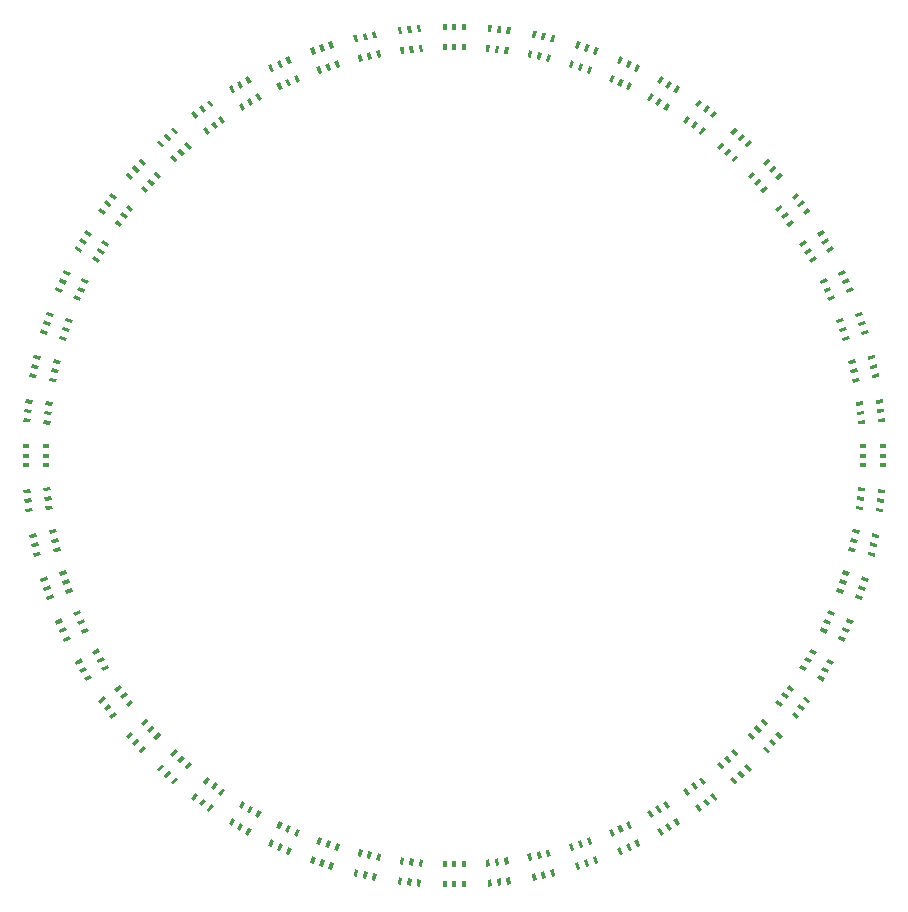
<source format=gtp>
G75*
%MOIN*%
%OFA0B0*%
%FSLAX25Y25*%
%IPPOS*%
%LPD*%
%AMOC8*
5,1,8,0,0,1.08239X$1,22.5*
%
%ADD10R,0.02362X0.01181*%
%ADD11R,0.01181X0.02362*%
D10*
X0032977Y0388250D03*
X0032977Y0391400D03*
X0032977Y0394550D03*
X0039670Y0394550D03*
X0039670Y0391400D03*
X0039670Y0388250D03*
X0311987Y0388250D03*
X0311987Y0391400D03*
X0311987Y0394550D03*
X0318680Y0394550D03*
X0318680Y0391400D03*
X0318680Y0388250D03*
D11*
G36*
X0149549Y0249755D02*
X0148396Y0250000D01*
X0148887Y0252309D01*
X0150040Y0252064D01*
X0149549Y0249755D01*
G37*
G36*
X0146469Y0250410D02*
X0145316Y0250655D01*
X0145807Y0252964D01*
X0146960Y0252719D01*
X0146469Y0250410D01*
G37*
G36*
X0143388Y0251065D02*
X0142235Y0251310D01*
X0142726Y0253619D01*
X0143879Y0253374D01*
X0143388Y0251065D01*
G37*
G36*
X0147860Y0256956D02*
X0146707Y0257201D01*
X0147198Y0259510D01*
X0148351Y0259265D01*
X0147860Y0256956D01*
G37*
G36*
X0150941Y0256301D02*
X0149788Y0256546D01*
X0150279Y0258855D01*
X0151432Y0258610D01*
X0150941Y0256301D01*
G37*
G36*
X0158894Y0255051D02*
X0157721Y0255175D01*
X0157968Y0257523D01*
X0159141Y0257399D01*
X0158894Y0255051D01*
G37*
G36*
X0162026Y0254722D02*
X0160853Y0254846D01*
X0161100Y0257194D01*
X0162273Y0257070D01*
X0162026Y0254722D01*
G37*
G36*
X0165158Y0254393D02*
X0163985Y0254517D01*
X0164232Y0256865D01*
X0165405Y0256741D01*
X0165158Y0254393D01*
G37*
G36*
X0164459Y0247737D02*
X0163286Y0247861D01*
X0163533Y0250209D01*
X0164706Y0250085D01*
X0164459Y0247737D01*
G37*
G36*
X0161327Y0248066D02*
X0160154Y0248190D01*
X0160401Y0250538D01*
X0161574Y0250414D01*
X0161327Y0248066D01*
G37*
G36*
X0158194Y0248395D02*
X0157021Y0248519D01*
X0157268Y0250867D01*
X0158441Y0250743D01*
X0158194Y0248395D01*
G37*
X0172684Y0248564D03*
X0175833Y0248564D03*
X0178983Y0248564D03*
X0178983Y0255256D03*
X0175833Y0255256D03*
X0172684Y0255256D03*
G36*
X0187671Y0254527D02*
X0186498Y0254403D01*
X0186251Y0256751D01*
X0187424Y0256875D01*
X0187671Y0254527D01*
G37*
G36*
X0190804Y0254856D02*
X0189631Y0254732D01*
X0189384Y0257080D01*
X0190557Y0257204D01*
X0190804Y0254856D01*
G37*
G36*
X0193936Y0255185D02*
X0192763Y0255061D01*
X0192516Y0257409D01*
X0193689Y0257533D01*
X0193936Y0255185D01*
G37*
G36*
X0194635Y0248529D02*
X0193462Y0248405D01*
X0193215Y0250753D01*
X0194388Y0250877D01*
X0194635Y0248529D01*
G37*
G36*
X0191503Y0248200D02*
X0190330Y0248076D01*
X0190083Y0250424D01*
X0191256Y0250548D01*
X0191503Y0248200D01*
G37*
G36*
X0188371Y0247871D02*
X0187198Y0247747D01*
X0186951Y0250095D01*
X0188124Y0250219D01*
X0188371Y0247871D01*
G37*
G36*
X0203250Y0249970D02*
X0202097Y0249725D01*
X0201606Y0252034D01*
X0202759Y0252279D01*
X0203250Y0249970D01*
G37*
G36*
X0206331Y0250625D02*
X0205178Y0250380D01*
X0204687Y0252689D01*
X0205840Y0252934D01*
X0206331Y0250625D01*
G37*
G36*
X0209412Y0251280D02*
X0208259Y0251035D01*
X0207768Y0253344D01*
X0208921Y0253589D01*
X0209412Y0251280D01*
G37*
G36*
X0217878Y0253654D02*
X0216756Y0253289D01*
X0216026Y0255534D01*
X0217148Y0255899D01*
X0217878Y0253654D01*
G37*
G36*
X0220873Y0254627D02*
X0219751Y0254262D01*
X0219021Y0256507D01*
X0220143Y0256872D01*
X0220873Y0254627D01*
G37*
G36*
X0223869Y0255601D02*
X0222747Y0255236D01*
X0222017Y0257481D01*
X0223139Y0257846D01*
X0223869Y0255601D01*
G37*
G36*
X0221801Y0261966D02*
X0220679Y0261601D01*
X0219949Y0263846D01*
X0221071Y0264211D01*
X0221801Y0261966D01*
G37*
G36*
X0218805Y0260993D02*
X0217683Y0260628D01*
X0216953Y0262873D01*
X0218075Y0263238D01*
X0218805Y0260993D01*
G37*
G36*
X0215810Y0260019D02*
X0214688Y0259654D01*
X0213958Y0261899D01*
X0215080Y0262264D01*
X0215810Y0260019D01*
G37*
G36*
X0208020Y0257826D02*
X0206867Y0257581D01*
X0206376Y0259890D01*
X0207529Y0260135D01*
X0208020Y0257826D01*
G37*
G36*
X0204940Y0257171D02*
X0203787Y0256926D01*
X0203296Y0259235D01*
X0204449Y0259480D01*
X0204940Y0257171D01*
G37*
G36*
X0201859Y0256516D02*
X0200706Y0256271D01*
X0200215Y0258580D01*
X0201368Y0258825D01*
X0201859Y0256516D01*
G37*
G36*
X0229384Y0264898D02*
X0228307Y0264418D01*
X0227346Y0266574D01*
X0228423Y0267054D01*
X0229384Y0264898D01*
G37*
G36*
X0232261Y0266179D02*
X0231184Y0265699D01*
X0230223Y0267855D01*
X0231300Y0268335D01*
X0232261Y0266179D01*
G37*
G36*
X0235139Y0267460D02*
X0234062Y0266980D01*
X0233101Y0269136D01*
X0234178Y0269616D01*
X0235139Y0267460D01*
G37*
G36*
X0237861Y0261346D02*
X0236784Y0260866D01*
X0235823Y0263022D01*
X0236900Y0263502D01*
X0237861Y0261346D01*
G37*
G36*
X0234983Y0260065D02*
X0233906Y0259585D01*
X0232945Y0261741D01*
X0234022Y0262221D01*
X0234983Y0260065D01*
G37*
G36*
X0232106Y0258784D02*
X0231029Y0258304D01*
X0230068Y0260460D01*
X0231145Y0260940D01*
X0232106Y0258784D01*
G37*
G36*
X0242283Y0271196D02*
X0241261Y0270606D01*
X0240081Y0272650D01*
X0241103Y0273240D01*
X0242283Y0271196D01*
G37*
G36*
X0245011Y0272771D02*
X0243989Y0272181D01*
X0242809Y0274225D01*
X0243831Y0274815D01*
X0245011Y0272771D01*
G37*
G36*
X0247739Y0274346D02*
X0246717Y0273756D01*
X0245537Y0275800D01*
X0246559Y0276390D01*
X0247739Y0274346D01*
G37*
G36*
X0251085Y0268550D02*
X0250063Y0267960D01*
X0248883Y0270004D01*
X0249905Y0270594D01*
X0251085Y0268550D01*
G37*
G36*
X0248358Y0266975D02*
X0247336Y0266385D01*
X0246156Y0268429D01*
X0247178Y0269019D01*
X0248358Y0266975D01*
G37*
G36*
X0245630Y0265400D02*
X0244608Y0264810D01*
X0243428Y0266854D01*
X0244450Y0267444D01*
X0245630Y0265400D01*
G37*
G36*
X0254509Y0278788D02*
X0253554Y0278094D01*
X0252167Y0280004D01*
X0253122Y0280698D01*
X0254509Y0278788D01*
G37*
G36*
X0257057Y0280639D02*
X0256102Y0279945D01*
X0254715Y0281855D01*
X0255670Y0282549D01*
X0257057Y0280639D01*
G37*
G36*
X0259605Y0282491D02*
X0258650Y0281797D01*
X0257263Y0283707D01*
X0258218Y0284401D01*
X0259605Y0282491D01*
G37*
G36*
X0263539Y0277076D02*
X0262584Y0276382D01*
X0261197Y0278292D01*
X0262152Y0278986D01*
X0263539Y0277076D01*
G37*
G36*
X0260991Y0275225D02*
X0260036Y0274531D01*
X0258649Y0276441D01*
X0259604Y0277135D01*
X0260991Y0275225D01*
G37*
G36*
X0258443Y0273373D02*
X0257488Y0272679D01*
X0256101Y0274589D01*
X0257056Y0275283D01*
X0258443Y0273373D01*
G37*
G36*
X0270290Y0282674D02*
X0269413Y0281884D01*
X0267834Y0283638D01*
X0268711Y0284428D01*
X0270290Y0282674D01*
G37*
G36*
X0272631Y0284781D02*
X0271754Y0283991D01*
X0270175Y0285745D01*
X0271052Y0286535D01*
X0272631Y0284781D01*
G37*
G36*
X0274971Y0286889D02*
X0274094Y0286099D01*
X0272515Y0287853D01*
X0273392Y0288643D01*
X0274971Y0286889D01*
G37*
G36*
X0270493Y0291862D02*
X0269616Y0291072D01*
X0268037Y0292826D01*
X0268914Y0293616D01*
X0270493Y0291862D01*
G37*
G36*
X0268152Y0289755D02*
X0267275Y0288965D01*
X0265696Y0290719D01*
X0266573Y0291509D01*
X0268152Y0289755D01*
G37*
G36*
X0265811Y0287647D02*
X0264934Y0286857D01*
X0263355Y0288611D01*
X0264232Y0289401D01*
X0265811Y0287647D01*
G37*
G36*
X0276141Y0297618D02*
X0275351Y0296741D01*
X0273597Y0298320D01*
X0274387Y0299197D01*
X0276141Y0297618D01*
G37*
G36*
X0278248Y0299958D02*
X0277458Y0299081D01*
X0275704Y0300660D01*
X0276494Y0301537D01*
X0278248Y0299958D01*
G37*
G36*
X0280356Y0302299D02*
X0279566Y0301422D01*
X0277812Y0303001D01*
X0278602Y0303878D01*
X0280356Y0302299D01*
G37*
G36*
X0285330Y0297820D02*
X0284540Y0296943D01*
X0282786Y0298522D01*
X0283576Y0299399D01*
X0285330Y0297820D01*
G37*
G36*
X0283222Y0295480D02*
X0282432Y0294603D01*
X0280678Y0296182D01*
X0281468Y0297059D01*
X0283222Y0295480D01*
G37*
G36*
X0281115Y0293139D02*
X0280325Y0292262D01*
X0278571Y0293841D01*
X0279361Y0294718D01*
X0281115Y0293139D01*
G37*
G36*
X0290851Y0304679D02*
X0290157Y0303724D01*
X0288247Y0305111D01*
X0288941Y0306066D01*
X0290851Y0304679D01*
G37*
G36*
X0292703Y0307227D02*
X0292009Y0306272D01*
X0290099Y0307659D01*
X0290793Y0308614D01*
X0292703Y0307227D01*
G37*
G36*
X0294554Y0309775D02*
X0293860Y0308820D01*
X0291950Y0310207D01*
X0292644Y0311162D01*
X0294554Y0309775D01*
G37*
G36*
X0299274Y0317160D02*
X0298684Y0316138D01*
X0296640Y0317318D01*
X0297230Y0318340D01*
X0299274Y0317160D01*
G37*
G36*
X0300848Y0319888D02*
X0300258Y0318866D01*
X0298214Y0320046D01*
X0298804Y0321068D01*
X0300848Y0319888D01*
G37*
G36*
X0302423Y0322615D02*
X0301833Y0321593D01*
X0299789Y0322773D01*
X0300379Y0323795D01*
X0302423Y0322615D01*
G37*
G36*
X0296627Y0325962D02*
X0296037Y0324940D01*
X0293993Y0326120D01*
X0294583Y0327142D01*
X0296627Y0325962D01*
G37*
G36*
X0295052Y0323234D02*
X0294462Y0322212D01*
X0292418Y0323392D01*
X0293008Y0324414D01*
X0295052Y0323234D01*
G37*
G36*
X0293477Y0320507D02*
X0292887Y0319485D01*
X0290843Y0320665D01*
X0291433Y0321687D01*
X0293477Y0320507D01*
G37*
G36*
X0289139Y0313709D02*
X0288445Y0312754D01*
X0286535Y0314141D01*
X0287229Y0315096D01*
X0289139Y0313709D01*
G37*
G36*
X0287288Y0311161D02*
X0286594Y0310206D01*
X0284684Y0311593D01*
X0285378Y0312548D01*
X0287288Y0311161D01*
G37*
G36*
X0285437Y0308613D02*
X0284743Y0307658D01*
X0282833Y0309045D01*
X0283527Y0310000D01*
X0285437Y0308613D01*
G37*
G36*
X0300243Y0333212D02*
X0299763Y0332135D01*
X0297607Y0333096D01*
X0298087Y0334173D01*
X0300243Y0333212D01*
G37*
G36*
X0301524Y0336089D02*
X0301044Y0335012D01*
X0298888Y0335973D01*
X0299368Y0337050D01*
X0301524Y0336089D01*
G37*
G36*
X0302805Y0338966D02*
X0302325Y0337889D01*
X0300169Y0338850D01*
X0300649Y0339927D01*
X0302805Y0338966D01*
G37*
G36*
X0308920Y0336244D02*
X0308440Y0335167D01*
X0306284Y0336128D01*
X0306764Y0337205D01*
X0308920Y0336244D01*
G37*
G36*
X0307638Y0333367D02*
X0307158Y0332290D01*
X0305002Y0333251D01*
X0305482Y0334328D01*
X0307638Y0333367D01*
G37*
G36*
X0306357Y0330490D02*
X0305877Y0329413D01*
X0303721Y0330374D01*
X0304201Y0331451D01*
X0306357Y0330490D01*
G37*
G36*
X0311998Y0344456D02*
X0311633Y0343334D01*
X0309388Y0344064D01*
X0309753Y0345186D01*
X0311998Y0344456D01*
G37*
G36*
X0312971Y0347452D02*
X0312606Y0346330D01*
X0310361Y0347060D01*
X0310726Y0348182D01*
X0312971Y0347452D01*
G37*
G36*
X0313944Y0350447D02*
X0313579Y0349325D01*
X0311334Y0350055D01*
X0311699Y0351177D01*
X0313944Y0350447D01*
G37*
G36*
X0316189Y0358964D02*
X0315944Y0357811D01*
X0313635Y0358302D01*
X0313880Y0359455D01*
X0316189Y0358964D01*
G37*
G36*
X0316844Y0362045D02*
X0316599Y0360892D01*
X0314290Y0361383D01*
X0314535Y0362536D01*
X0316844Y0362045D01*
G37*
G36*
X0317498Y0365126D02*
X0317253Y0363973D01*
X0314944Y0364464D01*
X0315189Y0365617D01*
X0317498Y0365126D01*
G37*
G36*
X0310952Y0366518D02*
X0310707Y0365365D01*
X0308398Y0365856D01*
X0308643Y0367009D01*
X0310952Y0366518D01*
G37*
G36*
X0310297Y0363437D02*
X0310052Y0362284D01*
X0307743Y0362775D01*
X0307988Y0363928D01*
X0310297Y0363437D01*
G37*
G36*
X0309642Y0360356D02*
X0309397Y0359203D01*
X0307088Y0359694D01*
X0307333Y0360847D01*
X0309642Y0360356D01*
G37*
G36*
X0307579Y0352516D02*
X0307214Y0351394D01*
X0304969Y0352124D01*
X0305334Y0353246D01*
X0307579Y0352516D01*
G37*
G36*
X0306606Y0349520D02*
X0306241Y0348398D01*
X0303996Y0349128D01*
X0304361Y0350250D01*
X0306606Y0349520D01*
G37*
G36*
X0305632Y0346525D02*
X0305267Y0345403D01*
X0303022Y0346133D01*
X0303387Y0347255D01*
X0305632Y0346525D01*
G37*
G36*
X0312172Y0374470D02*
X0312048Y0373297D01*
X0309700Y0373544D01*
X0309824Y0374717D01*
X0312172Y0374470D01*
G37*
G36*
X0312501Y0377603D02*
X0312377Y0376430D01*
X0310029Y0376677D01*
X0310153Y0377850D01*
X0312501Y0377603D01*
G37*
G36*
X0312830Y0380735D02*
X0312706Y0379562D01*
X0310358Y0379809D01*
X0310482Y0380982D01*
X0312830Y0380735D01*
G37*
G36*
X0319487Y0380036D02*
X0319363Y0378863D01*
X0317015Y0379110D01*
X0317139Y0380283D01*
X0319487Y0380036D01*
G37*
G36*
X0319157Y0376903D02*
X0319033Y0375730D01*
X0316685Y0375977D01*
X0316809Y0377150D01*
X0319157Y0376903D01*
G37*
G36*
X0318828Y0373771D02*
X0318704Y0372598D01*
X0316356Y0372845D01*
X0316480Y0374018D01*
X0318828Y0373771D01*
G37*
G36*
X0319333Y0403937D02*
X0319457Y0402764D01*
X0317109Y0402517D01*
X0316985Y0403690D01*
X0319333Y0403937D01*
G37*
G36*
X0319003Y0407070D02*
X0319127Y0405897D01*
X0316779Y0405650D01*
X0316655Y0406823D01*
X0319003Y0407070D01*
G37*
G36*
X0318674Y0410202D02*
X0318798Y0409029D01*
X0316450Y0408782D01*
X0316326Y0409955D01*
X0318674Y0410202D01*
G37*
G36*
X0317263Y0418837D02*
X0317508Y0417684D01*
X0315199Y0417193D01*
X0314954Y0418346D01*
X0317263Y0418837D01*
G37*
G36*
X0316609Y0421918D02*
X0316854Y0420765D01*
X0314545Y0420274D01*
X0314300Y0421427D01*
X0316609Y0421918D01*
G37*
G36*
X0315954Y0424999D02*
X0316199Y0423846D01*
X0313890Y0423355D01*
X0313645Y0424508D01*
X0315954Y0424999D01*
G37*
G36*
X0313599Y0433445D02*
X0313964Y0432323D01*
X0311719Y0431593D01*
X0311354Y0432715D01*
X0313599Y0433445D01*
G37*
G36*
X0312626Y0436440D02*
X0312991Y0435318D01*
X0310746Y0434588D01*
X0310381Y0435710D01*
X0312626Y0436440D01*
G37*
G36*
X0311653Y0439436D02*
X0312018Y0438314D01*
X0309773Y0437584D01*
X0309408Y0438706D01*
X0311653Y0439436D01*
G37*
G36*
X0305287Y0437367D02*
X0305652Y0436245D01*
X0303407Y0435515D01*
X0303042Y0436637D01*
X0305287Y0437367D01*
G37*
G36*
X0306261Y0434372D02*
X0306626Y0433250D01*
X0304381Y0432520D01*
X0304016Y0433642D01*
X0306261Y0434372D01*
G37*
G36*
X0307234Y0431376D02*
X0307599Y0430254D01*
X0305354Y0429524D01*
X0304989Y0430646D01*
X0307234Y0431376D01*
G37*
G36*
X0309407Y0423607D02*
X0309652Y0422454D01*
X0307343Y0421963D01*
X0307098Y0423116D01*
X0309407Y0423607D01*
G37*
G36*
X0310062Y0420526D02*
X0310307Y0419373D01*
X0307998Y0418882D01*
X0307753Y0420035D01*
X0310062Y0420526D01*
G37*
G36*
X0310717Y0417445D02*
X0310962Y0416292D01*
X0308653Y0415801D01*
X0308408Y0416954D01*
X0310717Y0417445D01*
G37*
G36*
X0312018Y0409503D02*
X0312142Y0408330D01*
X0309794Y0408083D01*
X0309670Y0409256D01*
X0312018Y0409503D01*
G37*
G36*
X0312347Y0406370D02*
X0312471Y0405197D01*
X0310123Y0404950D01*
X0309999Y0406123D01*
X0312347Y0406370D01*
G37*
G36*
X0312676Y0403238D02*
X0312800Y0402065D01*
X0310452Y0401818D01*
X0310328Y0402991D01*
X0312676Y0403238D01*
G37*
G36*
X0302335Y0444921D02*
X0302815Y0443844D01*
X0300659Y0442883D01*
X0300179Y0443960D01*
X0302335Y0444921D01*
G37*
G36*
X0301054Y0447798D02*
X0301534Y0446721D01*
X0299378Y0445760D01*
X0298898Y0446837D01*
X0301054Y0447798D01*
G37*
G36*
X0299773Y0450675D02*
X0300253Y0449598D01*
X0298097Y0448637D01*
X0297617Y0449714D01*
X0299773Y0450675D01*
G37*
G36*
X0305887Y0453397D02*
X0306367Y0452320D01*
X0304211Y0451359D01*
X0303731Y0452436D01*
X0305887Y0453397D01*
G37*
G36*
X0307168Y0450520D02*
X0307648Y0449443D01*
X0305492Y0448482D01*
X0305012Y0449559D01*
X0307168Y0450520D01*
G37*
G36*
X0308450Y0447643D02*
X0308930Y0446566D01*
X0306774Y0445605D01*
X0306294Y0446682D01*
X0308450Y0447643D01*
G37*
G36*
X0301833Y0461207D02*
X0302423Y0460185D01*
X0300379Y0459005D01*
X0299789Y0460027D01*
X0301833Y0461207D01*
G37*
G36*
X0300258Y0463934D02*
X0300848Y0462912D01*
X0298804Y0461732D01*
X0298214Y0462754D01*
X0300258Y0463934D01*
G37*
G36*
X0298684Y0466662D02*
X0299274Y0465640D01*
X0297230Y0464460D01*
X0296640Y0465482D01*
X0298684Y0466662D01*
G37*
G36*
X0292887Y0463315D02*
X0293477Y0462293D01*
X0291433Y0461113D01*
X0290843Y0462135D01*
X0292887Y0463315D01*
G37*
G36*
X0294462Y0460588D02*
X0295052Y0459566D01*
X0293008Y0458386D01*
X0292418Y0459408D01*
X0294462Y0460588D01*
G37*
G36*
X0296037Y0457860D02*
X0296627Y0456838D01*
X0294583Y0455658D01*
X0293993Y0456680D01*
X0296037Y0457860D01*
G37*
G36*
X0288455Y0470036D02*
X0289149Y0469081D01*
X0287239Y0467694D01*
X0286545Y0468649D01*
X0288455Y0470036D01*
G37*
G36*
X0286604Y0472584D02*
X0287298Y0471629D01*
X0285388Y0470242D01*
X0284694Y0471197D01*
X0286604Y0472584D01*
G37*
G36*
X0284753Y0475132D02*
X0285447Y0474177D01*
X0283537Y0472790D01*
X0282843Y0473745D01*
X0284753Y0475132D01*
G37*
G36*
X0290167Y0479066D02*
X0290861Y0478111D01*
X0288951Y0476724D01*
X0288257Y0477679D01*
X0290167Y0479066D01*
G37*
G36*
X0292019Y0476518D02*
X0292713Y0475563D01*
X0290803Y0474176D01*
X0290109Y0475131D01*
X0292019Y0476518D01*
G37*
G36*
X0293870Y0473970D02*
X0294564Y0473015D01*
X0292654Y0471628D01*
X0291960Y0472583D01*
X0293870Y0473970D01*
G37*
G36*
X0284560Y0485887D02*
X0285350Y0485010D01*
X0283596Y0483431D01*
X0282806Y0484308D01*
X0284560Y0485887D01*
G37*
G36*
X0282452Y0488227D02*
X0283242Y0487350D01*
X0281488Y0485771D01*
X0280698Y0486648D01*
X0282452Y0488227D01*
G37*
G36*
X0280345Y0490568D02*
X0281135Y0489691D01*
X0279381Y0488112D01*
X0278591Y0488989D01*
X0280345Y0490568D01*
G37*
G36*
X0277478Y0483749D02*
X0278268Y0482872D01*
X0276514Y0481293D01*
X0275724Y0482170D01*
X0277478Y0483749D01*
G37*
G36*
X0275371Y0486089D02*
X0276161Y0485212D01*
X0274407Y0483633D01*
X0273617Y0484510D01*
X0275371Y0486089D01*
G37*
G36*
X0279586Y0481408D02*
X0280376Y0480531D01*
X0278622Y0478952D01*
X0277832Y0479829D01*
X0279586Y0481408D01*
G37*
G36*
X0269626Y0491718D02*
X0270503Y0490928D01*
X0268924Y0489174D01*
X0268047Y0489964D01*
X0269626Y0491718D01*
G37*
G36*
X0267285Y0493825D02*
X0268162Y0493035D01*
X0266583Y0491281D01*
X0265706Y0492071D01*
X0267285Y0493825D01*
G37*
G36*
X0264944Y0495933D02*
X0265821Y0495143D01*
X0264242Y0493389D01*
X0263365Y0494179D01*
X0264944Y0495933D01*
G37*
G36*
X0269423Y0500906D02*
X0270300Y0500116D01*
X0268721Y0498362D01*
X0267844Y0499152D01*
X0269423Y0500906D01*
G37*
G36*
X0271764Y0498799D02*
X0272641Y0498009D01*
X0271062Y0496255D01*
X0270185Y0497045D01*
X0271764Y0498799D01*
G37*
G36*
X0274104Y0496691D02*
X0274981Y0495901D01*
X0273402Y0494147D01*
X0272525Y0494937D01*
X0274104Y0496691D01*
G37*
G36*
X0262554Y0506418D02*
X0263509Y0505724D01*
X0262122Y0503814D01*
X0261167Y0504508D01*
X0262554Y0506418D01*
G37*
G36*
X0260006Y0508269D02*
X0260961Y0507575D01*
X0259574Y0505665D01*
X0258619Y0506359D01*
X0260006Y0508269D01*
G37*
G36*
X0257458Y0510121D02*
X0258413Y0509427D01*
X0257026Y0507517D01*
X0256071Y0508211D01*
X0257458Y0510121D01*
G37*
G36*
X0253524Y0504706D02*
X0254479Y0504012D01*
X0253092Y0502102D01*
X0252137Y0502796D01*
X0253524Y0504706D01*
G37*
G36*
X0256072Y0502855D02*
X0257027Y0502161D01*
X0255640Y0500251D01*
X0254685Y0500945D01*
X0256072Y0502855D01*
G37*
G36*
X0258620Y0501003D02*
X0259575Y0500309D01*
X0258188Y0498399D01*
X0257233Y0499093D01*
X0258620Y0501003D01*
G37*
G36*
X0246727Y0509024D02*
X0247749Y0508434D01*
X0246569Y0506390D01*
X0245547Y0506980D01*
X0246727Y0509024D01*
G37*
G36*
X0243999Y0510599D02*
X0245021Y0510009D01*
X0243841Y0507965D01*
X0242819Y0508555D01*
X0243999Y0510599D01*
G37*
G36*
X0241271Y0512174D02*
X0242293Y0511584D01*
X0241113Y0509540D01*
X0240091Y0510130D01*
X0241271Y0512174D01*
G37*
G36*
X0244618Y0517970D02*
X0245640Y0517380D01*
X0244460Y0515336D01*
X0243438Y0515926D01*
X0244618Y0517970D01*
G37*
G36*
X0247346Y0516395D02*
X0248368Y0515805D01*
X0247188Y0513761D01*
X0246166Y0514351D01*
X0247346Y0516395D01*
G37*
G36*
X0250073Y0514820D02*
X0251095Y0514230D01*
X0249915Y0512186D01*
X0248893Y0512776D01*
X0250073Y0514820D01*
G37*
G36*
X0236764Y0521934D02*
X0237841Y0521454D01*
X0236880Y0519298D01*
X0235803Y0519778D01*
X0236764Y0521934D01*
G37*
G36*
X0233886Y0523215D02*
X0234963Y0522735D01*
X0234002Y0520579D01*
X0232925Y0521059D01*
X0233886Y0523215D01*
G37*
G36*
X0231009Y0524496D02*
X0232086Y0524016D01*
X0231125Y0521860D01*
X0230048Y0522340D01*
X0231009Y0524496D01*
G37*
G36*
X0228287Y0518382D02*
X0229364Y0517902D01*
X0228403Y0515746D01*
X0227326Y0516226D01*
X0228287Y0518382D01*
G37*
G36*
X0231164Y0517101D02*
X0232241Y0516621D01*
X0231280Y0514465D01*
X0230203Y0514945D01*
X0231164Y0517101D01*
G37*
G36*
X0234042Y0515820D02*
X0235119Y0515340D01*
X0234158Y0513184D01*
X0233081Y0513664D01*
X0234042Y0515820D01*
G37*
G36*
X0222787Y0527574D02*
X0223909Y0527209D01*
X0223179Y0524964D01*
X0222057Y0525329D01*
X0222787Y0527574D01*
G37*
G36*
X0219791Y0528548D02*
X0220913Y0528183D01*
X0220183Y0525938D01*
X0219061Y0526303D01*
X0219791Y0528548D01*
G37*
G36*
X0216796Y0529521D02*
X0217918Y0529156D01*
X0217188Y0526911D01*
X0216066Y0527276D01*
X0216796Y0529521D01*
G37*
G36*
X0214728Y0523156D02*
X0215850Y0522791D01*
X0215120Y0520546D01*
X0213998Y0520911D01*
X0214728Y0523156D01*
G37*
G36*
X0217723Y0522182D02*
X0218845Y0521817D01*
X0218115Y0519572D01*
X0216993Y0519937D01*
X0217723Y0522182D01*
G37*
G36*
X0220719Y0521209D02*
X0221841Y0520844D01*
X0221111Y0518599D01*
X0219989Y0518964D01*
X0220719Y0521209D01*
G37*
G36*
X0208289Y0531765D02*
X0209442Y0531520D01*
X0208951Y0529211D01*
X0207798Y0529456D01*
X0208289Y0531765D01*
G37*
G36*
X0205208Y0532420D02*
X0206361Y0532175D01*
X0205870Y0529866D01*
X0204717Y0530111D01*
X0205208Y0532420D01*
G37*
G36*
X0202127Y0533075D02*
X0203280Y0532830D01*
X0202789Y0530521D01*
X0201636Y0530766D01*
X0202127Y0533075D01*
G37*
G36*
X0200736Y0526529D02*
X0201889Y0526284D01*
X0201398Y0523975D01*
X0200245Y0524220D01*
X0200736Y0526529D01*
G37*
G36*
X0203817Y0525874D02*
X0204970Y0525629D01*
X0204479Y0523320D01*
X0203326Y0523565D01*
X0203817Y0525874D01*
G37*
G36*
X0206897Y0525219D02*
X0208050Y0524974D01*
X0207559Y0522665D01*
X0206406Y0522910D01*
X0206897Y0525219D01*
G37*
G36*
X0192743Y0527729D02*
X0193916Y0527605D01*
X0193669Y0525257D01*
X0192496Y0525381D01*
X0192743Y0527729D01*
G37*
G36*
X0189611Y0528058D02*
X0190784Y0527934D01*
X0190537Y0525586D01*
X0189364Y0525710D01*
X0189611Y0528058D01*
G37*
G36*
X0186478Y0528387D02*
X0187651Y0528263D01*
X0187404Y0525915D01*
X0186231Y0526039D01*
X0186478Y0528387D01*
G37*
G36*
X0187178Y0535043D02*
X0188351Y0534919D01*
X0188104Y0532571D01*
X0186931Y0532695D01*
X0187178Y0535043D01*
G37*
G36*
X0190310Y0534714D02*
X0191483Y0534590D01*
X0191236Y0532242D01*
X0190063Y0532366D01*
X0190310Y0534714D01*
G37*
G36*
X0193442Y0534385D02*
X0194615Y0534261D01*
X0194368Y0531913D01*
X0193195Y0532037D01*
X0193442Y0534385D01*
G37*
X0178963Y0534256D03*
X0175813Y0534256D03*
X0172664Y0534256D03*
X0172664Y0527564D03*
X0175813Y0527564D03*
X0178963Y0527564D03*
G36*
X0164015Y0528253D02*
X0165188Y0528377D01*
X0165435Y0526029D01*
X0164262Y0525905D01*
X0164015Y0528253D01*
G37*
G36*
X0160883Y0527924D02*
X0162056Y0528048D01*
X0162303Y0525700D01*
X0161130Y0525576D01*
X0160883Y0527924D01*
G37*
G36*
X0157751Y0527595D02*
X0158924Y0527719D01*
X0159171Y0525371D01*
X0157998Y0525247D01*
X0157751Y0527595D01*
G37*
G36*
X0157051Y0534251D02*
X0158224Y0534375D01*
X0158471Y0532027D01*
X0157298Y0531903D01*
X0157051Y0534251D01*
G37*
G36*
X0160184Y0534580D02*
X0161357Y0534704D01*
X0161604Y0532356D01*
X0160431Y0532232D01*
X0160184Y0534580D01*
G37*
G36*
X0163316Y0534909D02*
X0164489Y0535033D01*
X0164736Y0532685D01*
X0163563Y0532561D01*
X0163316Y0534909D01*
G37*
G36*
X0149778Y0526254D02*
X0150931Y0526499D01*
X0151422Y0524190D01*
X0150269Y0523945D01*
X0149778Y0526254D01*
G37*
G36*
X0146697Y0525599D02*
X0147850Y0525844D01*
X0148341Y0523535D01*
X0147188Y0523290D01*
X0146697Y0525599D01*
G37*
G36*
X0143616Y0524944D02*
X0144769Y0525189D01*
X0145260Y0522880D01*
X0144107Y0522635D01*
X0143616Y0524944D01*
G37*
G36*
X0142225Y0531490D02*
X0143378Y0531735D01*
X0143869Y0529426D01*
X0142716Y0529181D01*
X0142225Y0531490D01*
G37*
G36*
X0145306Y0532145D02*
X0146459Y0532390D01*
X0146950Y0530081D01*
X0145797Y0529836D01*
X0145306Y0532145D01*
G37*
G36*
X0148386Y0532800D02*
X0149539Y0533045D01*
X0150030Y0530736D01*
X0148877Y0530491D01*
X0148386Y0532800D01*
G37*
G36*
X0135847Y0522781D02*
X0136969Y0523146D01*
X0137699Y0520901D01*
X0136577Y0520536D01*
X0135847Y0522781D01*
G37*
G36*
X0132851Y0521807D02*
X0133973Y0522172D01*
X0134703Y0519927D01*
X0133581Y0519562D01*
X0132851Y0521807D01*
G37*
G36*
X0129856Y0520834D02*
X0130978Y0521199D01*
X0131708Y0518954D01*
X0130586Y0518589D01*
X0129856Y0520834D01*
G37*
G36*
X0127788Y0527199D02*
X0128910Y0527564D01*
X0129640Y0525319D01*
X0128518Y0524954D01*
X0127788Y0527199D01*
G37*
G36*
X0130783Y0528173D02*
X0131905Y0528538D01*
X0132635Y0526293D01*
X0131513Y0525928D01*
X0130783Y0528173D01*
G37*
G36*
X0133779Y0529146D02*
X0134901Y0529511D01*
X0135631Y0527266D01*
X0134509Y0526901D01*
X0133779Y0529146D01*
G37*
G36*
X0122283Y0517932D02*
X0123360Y0518412D01*
X0124321Y0516256D01*
X0123244Y0515776D01*
X0122283Y0517932D01*
G37*
G36*
X0119405Y0516651D02*
X0120482Y0517131D01*
X0121443Y0514975D01*
X0120366Y0514495D01*
X0119405Y0516651D01*
G37*
G36*
X0116528Y0515370D02*
X0117605Y0515850D01*
X0118566Y0513694D01*
X0117489Y0513214D01*
X0116528Y0515370D01*
G37*
G36*
X0113806Y0521484D02*
X0114883Y0521964D01*
X0115844Y0519808D01*
X0114767Y0519328D01*
X0113806Y0521484D01*
G37*
G36*
X0116683Y0522765D02*
X0117760Y0523245D01*
X0118721Y0521089D01*
X0117644Y0520609D01*
X0116683Y0522765D01*
G37*
G36*
X0119561Y0524046D02*
X0120638Y0524526D01*
X0121599Y0522370D01*
X0120522Y0521890D01*
X0119561Y0524046D01*
G37*
G36*
X0106047Y0517400D02*
X0107069Y0517990D01*
X0108249Y0515946D01*
X0107227Y0515356D01*
X0106047Y0517400D01*
G37*
G36*
X0103319Y0515825D02*
X0104341Y0516415D01*
X0105521Y0514371D01*
X0104499Y0513781D01*
X0103319Y0515825D01*
G37*
G36*
X0100591Y0514250D02*
X0101613Y0514840D01*
X0102793Y0512796D01*
X0101771Y0512206D01*
X0100591Y0514250D01*
G37*
G36*
X0103938Y0508454D02*
X0104960Y0509044D01*
X0106140Y0507000D01*
X0105118Y0506410D01*
X0103938Y0508454D01*
G37*
G36*
X0106666Y0510029D02*
X0107688Y0510619D01*
X0108868Y0508575D01*
X0107846Y0507985D01*
X0106666Y0510029D01*
G37*
G36*
X0109393Y0511604D02*
X0110415Y0512194D01*
X0111595Y0510150D01*
X0110573Y0509560D01*
X0109393Y0511604D01*
G37*
G36*
X0097167Y0503992D02*
X0098122Y0504686D01*
X0099509Y0502776D01*
X0098554Y0502082D01*
X0097167Y0503992D01*
G37*
G36*
X0094619Y0502141D02*
X0095574Y0502835D01*
X0096961Y0500925D01*
X0096006Y0500231D01*
X0094619Y0502141D01*
G37*
G36*
X0092071Y0500289D02*
X0093026Y0500983D01*
X0094413Y0499073D01*
X0093458Y0498379D01*
X0092071Y0500289D01*
G37*
G36*
X0088137Y0505704D02*
X0089092Y0506398D01*
X0090479Y0504488D01*
X0089524Y0503794D01*
X0088137Y0505704D01*
G37*
G36*
X0090685Y0507555D02*
X0091640Y0508249D01*
X0093027Y0506339D01*
X0092072Y0505645D01*
X0090685Y0507555D01*
G37*
G36*
X0093233Y0509407D02*
X0094188Y0510101D01*
X0095575Y0508191D01*
X0094620Y0507497D01*
X0093233Y0509407D01*
G37*
G36*
X0081337Y0500146D02*
X0082214Y0500936D01*
X0083793Y0499182D01*
X0082916Y0498392D01*
X0081337Y0500146D01*
G37*
G36*
X0078996Y0498039D02*
X0079873Y0498829D01*
X0081452Y0497075D01*
X0080575Y0496285D01*
X0078996Y0498039D01*
G37*
G36*
X0076655Y0495931D02*
X0077532Y0496721D01*
X0079111Y0494967D01*
X0078234Y0494177D01*
X0076655Y0495931D01*
G37*
G36*
X0070532Y0489701D02*
X0071322Y0490578D01*
X0073076Y0488999D01*
X0072286Y0488122D01*
X0070532Y0489701D01*
G37*
G36*
X0068424Y0487360D02*
X0069214Y0488237D01*
X0070968Y0486658D01*
X0070178Y0485781D01*
X0068424Y0487360D01*
G37*
G36*
X0066317Y0485020D02*
X0067107Y0485897D01*
X0068861Y0484318D01*
X0068071Y0483441D01*
X0066317Y0485020D01*
G37*
G36*
X0060835Y0478111D02*
X0061529Y0479066D01*
X0063439Y0477679D01*
X0062745Y0476724D01*
X0060835Y0478111D01*
G37*
G36*
X0058984Y0475563D02*
X0059678Y0476518D01*
X0061588Y0475131D01*
X0060894Y0474176D01*
X0058984Y0475563D01*
G37*
G36*
X0057133Y0473015D02*
X0057827Y0473970D01*
X0059737Y0472583D01*
X0059043Y0471628D01*
X0057133Y0473015D01*
G37*
G36*
X0052393Y0465630D02*
X0052983Y0466652D01*
X0055027Y0465472D01*
X0054437Y0464450D01*
X0052393Y0465630D01*
G37*
G36*
X0050818Y0462902D02*
X0051408Y0463924D01*
X0053452Y0462744D01*
X0052862Y0461722D01*
X0050818Y0462902D01*
G37*
G36*
X0049243Y0460175D02*
X0049833Y0461197D01*
X0051877Y0460017D01*
X0051287Y0458995D01*
X0049243Y0460175D01*
G37*
G36*
X0055040Y0456828D02*
X0055630Y0457850D01*
X0057674Y0456670D01*
X0057084Y0455648D01*
X0055040Y0456828D01*
G37*
G36*
X0056614Y0459556D02*
X0057204Y0460578D01*
X0059248Y0459398D01*
X0058658Y0458376D01*
X0056614Y0459556D01*
G37*
G36*
X0058189Y0462283D02*
X0058779Y0463305D01*
X0060823Y0462125D01*
X0060233Y0461103D01*
X0058189Y0462283D01*
G37*
G36*
X0062547Y0469081D02*
X0063241Y0470036D01*
X0065151Y0468649D01*
X0064457Y0467694D01*
X0062547Y0469081D01*
G37*
G36*
X0064399Y0471629D02*
X0065093Y0472584D01*
X0067003Y0471197D01*
X0066309Y0470242D01*
X0064399Y0471629D01*
G37*
G36*
X0066250Y0474177D02*
X0066944Y0475132D01*
X0068854Y0473745D01*
X0068160Y0472790D01*
X0066250Y0474177D01*
G37*
G36*
X0071291Y0480541D02*
X0072081Y0481418D01*
X0073835Y0479839D01*
X0073045Y0478962D01*
X0071291Y0480541D01*
G37*
G36*
X0073398Y0482882D02*
X0074188Y0483759D01*
X0075942Y0482180D01*
X0075152Y0481303D01*
X0073398Y0482882D01*
G37*
G36*
X0075506Y0485222D02*
X0076296Y0486099D01*
X0078050Y0484520D01*
X0077260Y0483643D01*
X0075506Y0485222D01*
G37*
G36*
X0081134Y0490958D02*
X0082011Y0491748D01*
X0083590Y0489994D01*
X0082713Y0489204D01*
X0081134Y0490958D01*
G37*
G36*
X0083475Y0493065D02*
X0084352Y0493855D01*
X0085931Y0492101D01*
X0085054Y0491311D01*
X0083475Y0493065D01*
G37*
G36*
X0085815Y0495173D02*
X0086692Y0495963D01*
X0088271Y0494209D01*
X0087394Y0493419D01*
X0085815Y0495173D01*
G37*
G36*
X0051394Y0449588D02*
X0051874Y0450665D01*
X0054030Y0449704D01*
X0053550Y0448627D01*
X0051394Y0449588D01*
G37*
G36*
X0050112Y0446711D02*
X0050592Y0447788D01*
X0052748Y0446827D01*
X0052268Y0445750D01*
X0050112Y0446711D01*
G37*
G36*
X0048831Y0443834D02*
X0049311Y0444911D01*
X0051467Y0443950D01*
X0050987Y0442873D01*
X0048831Y0443834D01*
G37*
G36*
X0042717Y0446556D02*
X0043197Y0447633D01*
X0045353Y0446672D01*
X0044873Y0445595D01*
X0042717Y0446556D01*
G37*
G36*
X0043998Y0449433D02*
X0044478Y0450510D01*
X0046634Y0449549D01*
X0046154Y0448472D01*
X0043998Y0449433D01*
G37*
G36*
X0045279Y0452310D02*
X0045759Y0453387D01*
X0047915Y0452426D01*
X0047435Y0451349D01*
X0045279Y0452310D01*
G37*
G36*
X0039669Y0438354D02*
X0040034Y0439476D01*
X0042279Y0438746D01*
X0041914Y0437624D01*
X0039669Y0438354D01*
G37*
G36*
X0038696Y0435358D02*
X0039061Y0436480D01*
X0041306Y0435750D01*
X0040941Y0434628D01*
X0038696Y0435358D01*
G37*
G36*
X0037722Y0432363D02*
X0038087Y0433485D01*
X0040332Y0432755D01*
X0039967Y0431633D01*
X0037722Y0432363D01*
G37*
G36*
X0035508Y0423866D02*
X0035753Y0425019D01*
X0038062Y0424528D01*
X0037817Y0423375D01*
X0035508Y0423866D01*
G37*
G36*
X0034853Y0420785D02*
X0035098Y0421938D01*
X0037407Y0421447D01*
X0037162Y0420294D01*
X0034853Y0420785D01*
G37*
G36*
X0034198Y0417704D02*
X0034443Y0418857D01*
X0036752Y0418366D01*
X0036507Y0417213D01*
X0034198Y0417704D01*
G37*
G36*
X0040745Y0416312D02*
X0040990Y0417465D01*
X0043299Y0416974D01*
X0043054Y0415821D01*
X0040745Y0416312D01*
G37*
G36*
X0041400Y0419393D02*
X0041645Y0420546D01*
X0043954Y0420055D01*
X0043709Y0418902D01*
X0041400Y0419393D01*
G37*
G36*
X0042055Y0422474D02*
X0042300Y0423627D01*
X0044609Y0423136D01*
X0044364Y0421983D01*
X0042055Y0422474D01*
G37*
G36*
X0044088Y0430294D02*
X0044453Y0431416D01*
X0046698Y0430686D01*
X0046333Y0429564D01*
X0044088Y0430294D01*
G37*
G36*
X0045061Y0433290D02*
X0045426Y0434412D01*
X0047671Y0433682D01*
X0047306Y0432560D01*
X0045061Y0433290D01*
G37*
G36*
X0046034Y0436285D02*
X0046399Y0437407D01*
X0048644Y0436677D01*
X0048279Y0435555D01*
X0046034Y0436285D01*
G37*
G36*
X0039515Y0408310D02*
X0039639Y0409483D01*
X0041987Y0409236D01*
X0041863Y0408063D01*
X0039515Y0408310D01*
G37*
G36*
X0039185Y0405177D02*
X0039309Y0406350D01*
X0041657Y0406103D01*
X0041533Y0404930D01*
X0039185Y0405177D01*
G37*
G36*
X0038856Y0402045D02*
X0038980Y0403218D01*
X0041328Y0402971D01*
X0041204Y0401798D01*
X0038856Y0402045D01*
G37*
G36*
X0032858Y0409009D02*
X0032982Y0410182D01*
X0035330Y0409935D01*
X0035206Y0408762D01*
X0032858Y0409009D01*
G37*
G36*
X0032529Y0405877D02*
X0032653Y0407050D01*
X0035001Y0406803D01*
X0034877Y0405630D01*
X0032529Y0405877D01*
G37*
G36*
X0032200Y0402744D02*
X0032324Y0403917D01*
X0034672Y0403670D01*
X0034548Y0402497D01*
X0032200Y0402744D01*
G37*
G36*
X0032334Y0378893D02*
X0032210Y0380066D01*
X0034558Y0380313D01*
X0034682Y0379140D01*
X0032334Y0378893D01*
G37*
G36*
X0032663Y0375760D02*
X0032539Y0376933D01*
X0034887Y0377180D01*
X0035011Y0376007D01*
X0032663Y0375760D01*
G37*
G36*
X0032992Y0372628D02*
X0032868Y0373801D01*
X0035216Y0374048D01*
X0035340Y0372875D01*
X0032992Y0372628D01*
G37*
G36*
X0034413Y0363963D02*
X0034168Y0365116D01*
X0036477Y0365607D01*
X0036722Y0364454D01*
X0034413Y0363963D01*
G37*
G36*
X0035068Y0360882D02*
X0034823Y0362035D01*
X0037132Y0362526D01*
X0037377Y0361373D01*
X0035068Y0360882D01*
G37*
G36*
X0035723Y0357801D02*
X0035478Y0358954D01*
X0037787Y0359445D01*
X0038032Y0358292D01*
X0035723Y0357801D01*
G37*
G36*
X0042270Y0359193D02*
X0042025Y0360346D01*
X0044334Y0360837D01*
X0044579Y0359684D01*
X0042270Y0359193D01*
G37*
G36*
X0041615Y0362274D02*
X0041370Y0363427D01*
X0043679Y0363918D01*
X0043924Y0362765D01*
X0041615Y0362274D01*
G37*
G36*
X0040960Y0365355D02*
X0040715Y0366508D01*
X0043024Y0366999D01*
X0043269Y0365846D01*
X0040960Y0365355D01*
G37*
G36*
X0039649Y0373327D02*
X0039525Y0374500D01*
X0041873Y0374747D01*
X0041997Y0373574D01*
X0039649Y0373327D01*
G37*
G36*
X0039319Y0376460D02*
X0039195Y0377633D01*
X0041543Y0377880D01*
X0041667Y0376707D01*
X0039319Y0376460D01*
G37*
G36*
X0038990Y0379592D02*
X0038866Y0380765D01*
X0041214Y0381012D01*
X0041338Y0379839D01*
X0038990Y0379592D01*
G37*
G36*
X0044463Y0351394D02*
X0044098Y0352516D01*
X0046343Y0353246D01*
X0046708Y0352124D01*
X0044463Y0351394D01*
G37*
G36*
X0045436Y0348398D02*
X0045071Y0349520D01*
X0047316Y0350250D01*
X0047681Y0349128D01*
X0045436Y0348398D01*
G37*
G36*
X0046409Y0345403D02*
X0046044Y0346525D01*
X0048289Y0347255D01*
X0048654Y0346133D01*
X0046409Y0345403D01*
G37*
G36*
X0040044Y0343334D02*
X0039679Y0344456D01*
X0041924Y0345186D01*
X0042289Y0344064D01*
X0040044Y0343334D01*
G37*
G36*
X0039071Y0346330D02*
X0038706Y0347452D01*
X0040951Y0348182D01*
X0041316Y0347060D01*
X0039071Y0346330D01*
G37*
G36*
X0038097Y0349325D02*
X0037732Y0350447D01*
X0039977Y0351177D01*
X0040342Y0350055D01*
X0038097Y0349325D01*
G37*
G36*
X0043197Y0335137D02*
X0042717Y0336214D01*
X0044873Y0337175D01*
X0045353Y0336098D01*
X0043197Y0335137D01*
G37*
G36*
X0044478Y0332260D02*
X0043998Y0333337D01*
X0046154Y0334298D01*
X0046634Y0333221D01*
X0044478Y0332260D01*
G37*
G36*
X0045759Y0329383D02*
X0045279Y0330460D01*
X0047435Y0331421D01*
X0047915Y0330344D01*
X0045759Y0329383D01*
G37*
G36*
X0051874Y0332105D02*
X0051394Y0333182D01*
X0053550Y0334143D01*
X0054030Y0333066D01*
X0051874Y0332105D01*
G37*
G36*
X0050592Y0334982D02*
X0050112Y0336059D01*
X0052268Y0337020D01*
X0052748Y0335943D01*
X0050592Y0334982D01*
G37*
G36*
X0049311Y0337859D02*
X0048831Y0338936D01*
X0050987Y0339897D01*
X0051467Y0338820D01*
X0049311Y0337859D01*
G37*
G36*
X0055650Y0324960D02*
X0055060Y0325982D01*
X0057104Y0327162D01*
X0057694Y0326140D01*
X0055650Y0324960D01*
G37*
G36*
X0057224Y0322232D02*
X0056634Y0323254D01*
X0058678Y0324434D01*
X0059268Y0323412D01*
X0057224Y0322232D01*
G37*
G36*
X0058799Y0319505D02*
X0058209Y0320527D01*
X0060253Y0321707D01*
X0060843Y0320685D01*
X0058799Y0319505D01*
G37*
G36*
X0053003Y0316158D02*
X0052413Y0317180D01*
X0054457Y0318360D01*
X0055047Y0317338D01*
X0053003Y0316158D01*
G37*
G36*
X0051428Y0318886D02*
X0050838Y0319908D01*
X0052882Y0321088D01*
X0053472Y0320066D01*
X0051428Y0318886D01*
G37*
G36*
X0049853Y0321613D02*
X0049263Y0322635D01*
X0051307Y0323815D01*
X0051897Y0322793D01*
X0049853Y0321613D01*
G37*
G36*
X0057827Y0308810D02*
X0057133Y0309765D01*
X0059043Y0311152D01*
X0059737Y0310197D01*
X0057827Y0308810D01*
G37*
G36*
X0059678Y0306262D02*
X0058984Y0307217D01*
X0060894Y0308604D01*
X0061588Y0307649D01*
X0059678Y0306262D01*
G37*
G36*
X0061529Y0303714D02*
X0060835Y0304669D01*
X0062745Y0306056D01*
X0063439Y0305101D01*
X0061529Y0303714D01*
G37*
G36*
X0066944Y0307648D02*
X0066250Y0308603D01*
X0068160Y0309990D01*
X0068854Y0309035D01*
X0066944Y0307648D01*
G37*
G36*
X0065093Y0310196D02*
X0064399Y0311151D01*
X0066309Y0312538D01*
X0067003Y0311583D01*
X0065093Y0310196D01*
G37*
G36*
X0063241Y0312744D02*
X0062547Y0313699D01*
X0064457Y0315086D01*
X0065151Y0314131D01*
X0063241Y0312744D01*
G37*
G36*
X0072071Y0301422D02*
X0071281Y0302299D01*
X0073035Y0303878D01*
X0073825Y0303001D01*
X0072071Y0301422D01*
G37*
G36*
X0074178Y0299081D02*
X0073388Y0299958D01*
X0075142Y0301537D01*
X0075932Y0300660D01*
X0074178Y0299081D01*
G37*
G36*
X0076286Y0296741D02*
X0075496Y0297618D01*
X0077250Y0299197D01*
X0078040Y0298320D01*
X0076286Y0296741D01*
G37*
G36*
X0071312Y0292262D02*
X0070522Y0293139D01*
X0072276Y0294718D01*
X0073066Y0293841D01*
X0071312Y0292262D01*
G37*
G36*
X0069204Y0294603D02*
X0068414Y0295480D01*
X0070168Y0297059D01*
X0070958Y0296182D01*
X0069204Y0294603D01*
G37*
G36*
X0067097Y0296943D02*
X0066307Y0297820D01*
X0068061Y0299399D01*
X0068851Y0298522D01*
X0067097Y0296943D01*
G37*
G36*
X0077532Y0286109D02*
X0076655Y0286899D01*
X0078234Y0288653D01*
X0079111Y0287863D01*
X0077532Y0286109D01*
G37*
G36*
X0079873Y0284001D02*
X0078996Y0284791D01*
X0080575Y0286545D01*
X0081452Y0285755D01*
X0079873Y0284001D01*
G37*
G36*
X0082214Y0281894D02*
X0081337Y0282684D01*
X0082916Y0284438D01*
X0083793Y0283648D01*
X0082214Y0281894D01*
G37*
G36*
X0086692Y0286867D02*
X0085815Y0287657D01*
X0087394Y0289411D01*
X0088271Y0288621D01*
X0086692Y0286867D01*
G37*
G36*
X0084352Y0288975D02*
X0083475Y0289765D01*
X0085054Y0291519D01*
X0085931Y0290729D01*
X0084352Y0288975D01*
G37*
G36*
X0082011Y0291082D02*
X0081134Y0291872D01*
X0082713Y0293626D01*
X0083590Y0292836D01*
X0082011Y0291082D01*
G37*
G36*
X0089102Y0276382D02*
X0088147Y0277076D01*
X0089534Y0278986D01*
X0090489Y0278292D01*
X0089102Y0276382D01*
G37*
G36*
X0091650Y0274531D02*
X0090695Y0275225D01*
X0092082Y0277135D01*
X0093037Y0276441D01*
X0091650Y0274531D01*
G37*
G36*
X0094198Y0272679D02*
X0093243Y0273373D01*
X0094630Y0275283D01*
X0095585Y0274589D01*
X0094198Y0272679D01*
G37*
G36*
X0098132Y0278094D02*
X0097177Y0278788D01*
X0098564Y0280698D01*
X0099519Y0280004D01*
X0098132Y0278094D01*
G37*
G36*
X0095584Y0279945D02*
X0094629Y0280639D01*
X0096016Y0282549D01*
X0096971Y0281855D01*
X0095584Y0279945D01*
G37*
G36*
X0093036Y0281797D02*
X0092081Y0282491D01*
X0093468Y0284401D01*
X0094423Y0283707D01*
X0093036Y0281797D01*
G37*
G36*
X0104940Y0273736D02*
X0103918Y0274326D01*
X0105098Y0276370D01*
X0106120Y0275780D01*
X0104940Y0273736D01*
G37*
G36*
X0107668Y0272161D02*
X0106646Y0272751D01*
X0107826Y0274795D01*
X0108848Y0274205D01*
X0107668Y0272161D01*
G37*
G36*
X0110395Y0270586D02*
X0109373Y0271176D01*
X0110553Y0273220D01*
X0111575Y0272630D01*
X0110395Y0270586D01*
G37*
G36*
X0107049Y0264790D02*
X0106027Y0265380D01*
X0107207Y0267424D01*
X0108229Y0266834D01*
X0107049Y0264790D01*
G37*
G36*
X0104321Y0266365D02*
X0103299Y0266955D01*
X0104479Y0268999D01*
X0105501Y0268409D01*
X0104321Y0266365D01*
G37*
G36*
X0101593Y0267940D02*
X0100571Y0268530D01*
X0101751Y0270574D01*
X0102773Y0269984D01*
X0101593Y0267940D01*
G37*
G36*
X0114913Y0260866D02*
X0113836Y0261346D01*
X0114797Y0263502D01*
X0115874Y0263022D01*
X0114913Y0260866D01*
G37*
G36*
X0117790Y0259585D02*
X0116713Y0260065D01*
X0117674Y0262221D01*
X0118751Y0261741D01*
X0117790Y0259585D01*
G37*
G36*
X0120668Y0258304D02*
X0119591Y0258784D01*
X0120552Y0260940D01*
X0121629Y0260460D01*
X0120668Y0258304D01*
G37*
G36*
X0123390Y0264418D02*
X0122313Y0264898D01*
X0123274Y0267054D01*
X0124351Y0266574D01*
X0123390Y0264418D01*
G37*
G36*
X0120512Y0265699D02*
X0119435Y0266179D01*
X0120396Y0268335D01*
X0121473Y0267855D01*
X0120512Y0265699D01*
G37*
G36*
X0117635Y0266980D02*
X0116558Y0267460D01*
X0117519Y0269616D01*
X0118596Y0269136D01*
X0117635Y0266980D01*
G37*
G36*
X0128910Y0255226D02*
X0127788Y0255591D01*
X0128518Y0257836D01*
X0129640Y0257471D01*
X0128910Y0255226D01*
G37*
G36*
X0131905Y0254252D02*
X0130783Y0254617D01*
X0131513Y0256862D01*
X0132635Y0256497D01*
X0131905Y0254252D01*
G37*
G36*
X0134901Y0253279D02*
X0133779Y0253644D01*
X0134509Y0255889D01*
X0135631Y0255524D01*
X0134901Y0253279D01*
G37*
G36*
X0136969Y0259644D02*
X0135847Y0260009D01*
X0136577Y0262254D01*
X0137699Y0261889D01*
X0136969Y0259644D01*
G37*
G36*
X0133973Y0260618D02*
X0132851Y0260983D01*
X0133581Y0263228D01*
X0134703Y0262863D01*
X0133973Y0260618D01*
G37*
G36*
X0130978Y0261591D02*
X0129856Y0261956D01*
X0130586Y0264201D01*
X0131708Y0263836D01*
X0130978Y0261591D01*
G37*
G36*
X0144779Y0257611D02*
X0143626Y0257856D01*
X0144117Y0260165D01*
X0145270Y0259920D01*
X0144779Y0257611D01*
G37*
M02*

</source>
